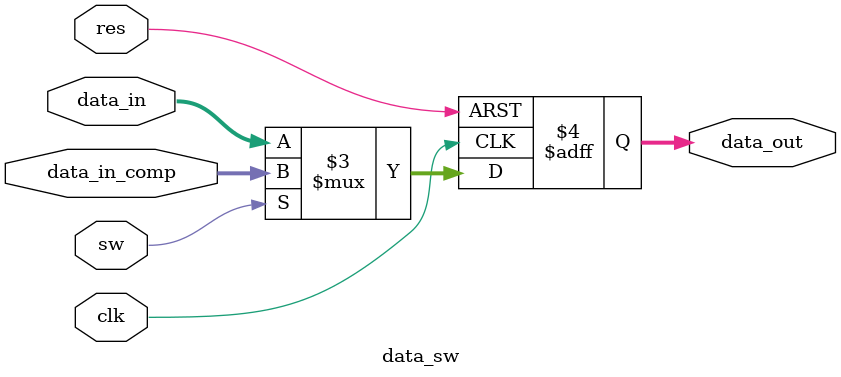
<source format=v>
module data_sw(
							clk,
							res,
							data_in,
							data_in_comp,
							sw,
							data_out
							);
input 					clk,res;//Ê±ÖÓºÍ¸´Î»£»
input[7:0]				data_in,data_in_comp;//Êý¾ÝÔ­ÂëºÍ²¹ÂëÊäÈë£»
input					sw;//Ô­Âë²¹ÂëÇÐ»»£»
output[7:0]			data_out;//Êý¾ÝÊä³ö£»

reg[7:0]				data_out;

always@(posedge clk or negedge res) 
if(!res) begin
	data_out<=0;
end
else begin
	data_out<=sw?data_in_comp:data_in;//Ô­Âë²¹ÂëÇÐ»»£»
end
endmodule

</source>
